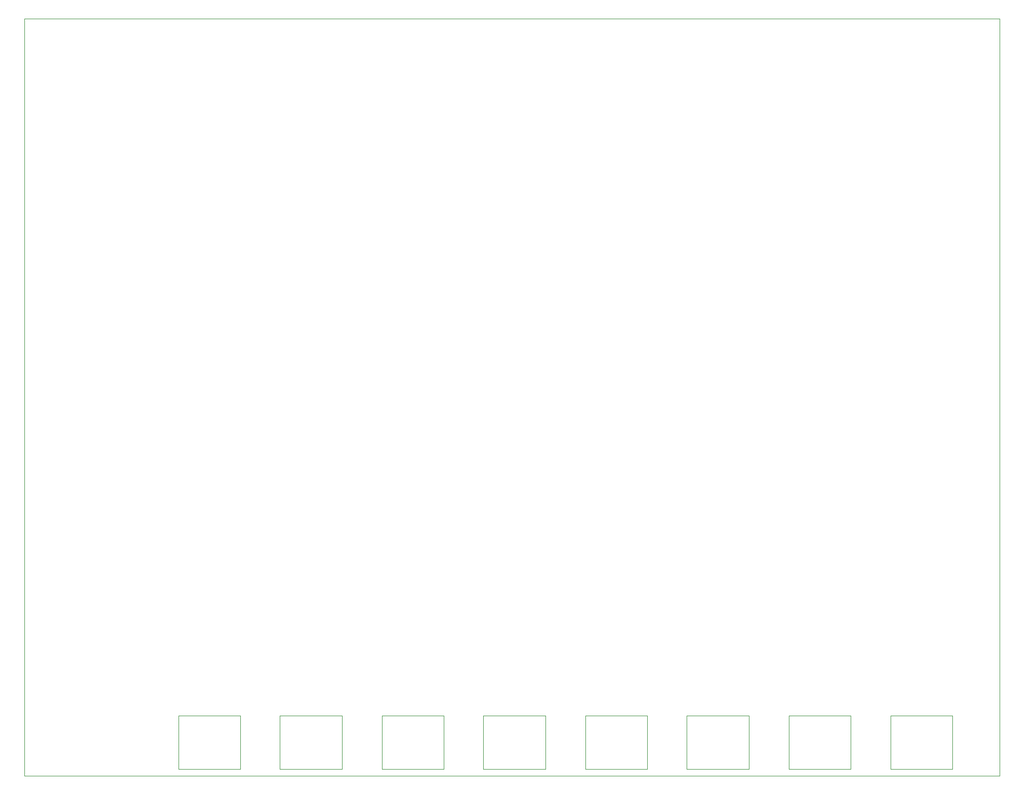
<source format=gko>
*%FSLAX23Y23*%
*%MOIN*%
G01*
D12*
X6868Y5698D02*
X13131D01*
Y10565D02*
X6868D01*
X13131D02*
Y5698D01*
X6868D02*
Y10565D01*
X7857Y6086D02*
Y5744D01*
X8254D01*
Y6086D01*
X7857D01*
X8509D02*
Y5744D01*
X8907D01*
Y6086D01*
X8509D01*
X9164D02*
X9561D01*
Y5744D01*
X9164D01*
Y6086D01*
X9816D02*
Y5744D01*
X10214D01*
Y6086D01*
X9816D01*
X10471D02*
X10868D01*
Y5744D01*
X10471D01*
Y6086D01*
X11123D02*
Y5744D01*
X11521D01*
Y6086D01*
X11123D01*
X11777D02*
Y5744D01*
X12174D01*
Y6086D01*
X11777D01*
X12430D02*
X12828D01*
Y5744D01*
X12430D01*
Y6086D01*
D02*
M02*

</source>
